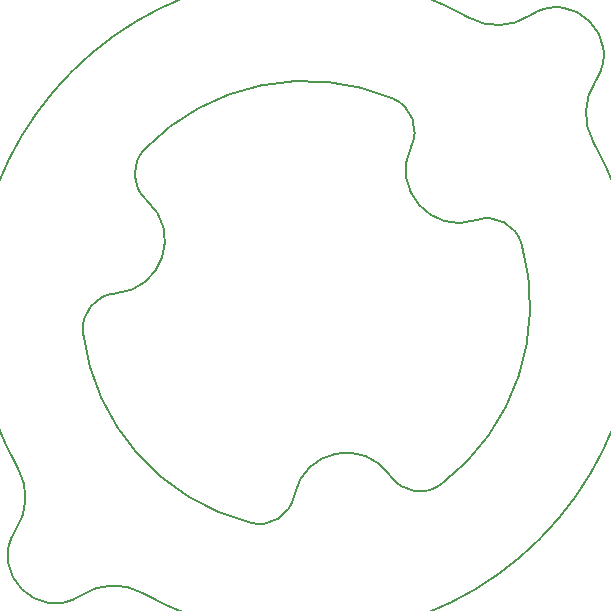
<source format=gbr>
%TF.GenerationSoftware,KiCad,Pcbnew,7.0.8*%
%TF.CreationDate,2024-01-11T14:36:18+01:00*%
%TF.ProjectId,Roborock-CPAP,526f626f-726f-4636-9b2d-435041502e6b,rev?*%
%TF.SameCoordinates,Original*%
%TF.FileFunction,Profile,NP*%
%FSLAX46Y46*%
G04 Gerber Fmt 4.6, Leading zero omitted, Abs format (unit mm)*
G04 Created by KiCad (PCBNEW 7.0.8) date 2024-01-11 14:36:18*
%MOMM*%
%LPD*%
G01*
G04 APERTURE LIST*
%TA.AperFunction,Profile*%
%ADD10C,0.200000*%
%TD*%
G04 APERTURE END LIST*
D10*
X149407836Y-113474195D02*
G75*
G03*
X153083514Y-111148630I732964J2909095D01*
G01*
X162975460Y-81617331D02*
G75*
G03*
X168475067Y-87837687I4050640J-1960069D01*
G01*
X161442083Y-77546941D02*
G75*
G03*
X140415275Y-81817682I-7392083J-17503059D01*
G01*
X129499819Y-114057600D02*
G75*
G03*
X129680345Y-108838399I-4171219J2757000D01*
G01*
X178600183Y-76042400D02*
G75*
G03*
X178419657Y-81261601I4171217J-2757000D01*
G01*
X129499830Y-114057607D02*
G75*
G03*
X135042393Y-119600170I3336970J-2205593D01*
G01*
X140415279Y-81817686D02*
G75*
G03*
X140591422Y-86163683I2152821J-2089314D01*
G01*
X140261602Y-119419656D02*
G75*
G03*
X178419656Y-81261601I13788398J24369656D01*
G01*
X167838393Y-70680357D02*
G75*
G03*
X173057609Y-70499829I2462207J4351757D01*
G01*
X178600170Y-76042391D02*
G75*
G03*
X173057609Y-70499830I-3336970J2205591D01*
G01*
X137954250Y-94036808D02*
G75*
G03*
X135195866Y-97399799I218550J-2991992D01*
G01*
X172326927Y-89858129D02*
G75*
G03*
X168475067Y-87837688I-2885827J-819771D01*
G01*
X167838399Y-70680347D02*
G75*
G03*
X129680347Y-108838399I-13788399J-24369653D01*
G01*
X161220441Y-109495915D02*
G75*
G03*
X153083514Y-111148630I-3722841J-2527985D01*
G01*
X162975394Y-81617299D02*
G75*
G03*
X161442083Y-77546940I-2700494J1306699D01*
G01*
X165512055Y-110203261D02*
G75*
G03*
X172326888Y-89858140I-11462055J15153261D01*
G01*
X140261608Y-119419645D02*
G75*
G03*
X135042393Y-119600171I-2462208J-4351755D01*
G01*
X135195865Y-97399799D02*
G75*
G03*
X149407840Y-113474177I18854135J2349799D01*
G01*
X161220424Y-109495927D02*
G75*
G03*
X165512055Y-110203260I2481876J1685327D01*
G01*
X137954243Y-94036708D02*
G75*
G03*
X140591422Y-86163683I-327843J4488008D01*
G01*
M02*

</source>
